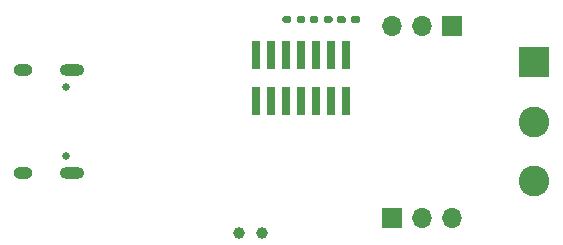
<source format=gbr>
%TF.GenerationSoftware,KiCad,Pcbnew,5.1.8*%
%TF.CreationDate,2020-12-05T00:24:13-05:00*%
%TF.ProjectId,cantankerous,63616e74-616e-46b6-9572-6f75732e6b69,rev?*%
%TF.SameCoordinates,Original*%
%TF.FileFunction,Soldermask,Bot*%
%TF.FilePolarity,Negative*%
%FSLAX46Y46*%
G04 Gerber Fmt 4.6, Leading zero omitted, Abs format (unit mm)*
G04 Created by KiCad (PCBNEW 5.1.8) date 2020-12-05 00:24:13*
%MOMM*%
%LPD*%
G01*
G04 APERTURE LIST*
%ADD10C,2.600000*%
%ADD11R,2.600000X2.600000*%
%ADD12C,1.000000*%
%ADD13R,0.740000X2.400000*%
%ADD14O,1.600000X1.000000*%
%ADD15C,0.650000*%
%ADD16O,2.100000X1.000000*%
%ADD17O,1.700000X1.700000*%
%ADD18R,1.700000X1.700000*%
G04 APERTURE END LIST*
D10*
%TO.C,J3*%
X165989000Y-110410000D03*
X165989000Y-105410000D03*
D11*
X165989000Y-100410000D03*
%TD*%
D12*
%TO.C,Y2*%
X141033500Y-114871500D03*
X142933500Y-114871500D03*
%TD*%
D13*
%TO.C,J1*%
X150050500Y-103695500D03*
X150050500Y-99795500D03*
X148780500Y-103695500D03*
X148780500Y-99795500D03*
X147510500Y-103695500D03*
X147510500Y-99795500D03*
X146240500Y-103695500D03*
X146240500Y-99795500D03*
X144970500Y-103695500D03*
X144970500Y-99795500D03*
X143700500Y-103695500D03*
X143700500Y-99795500D03*
X142430500Y-103695500D03*
X142430500Y-99795500D03*
%TD*%
D14*
%TO.C,J2*%
X122711500Y-109730000D03*
D15*
X126361500Y-108300000D03*
D14*
X122711500Y-101090000D03*
D15*
X126361500Y-102520000D03*
D16*
X126891500Y-101090000D03*
X126891500Y-109730000D03*
%TD*%
D17*
%TO.C,BOOT*%
X153924000Y-97282000D03*
X156464000Y-97282000D03*
D18*
X159004000Y-97282000D03*
%TD*%
%TO.C,TERM*%
X153924000Y-113601500D03*
D17*
X156464000Y-113601500D03*
X159004000Y-113601500D03*
%TD*%
%TO.C,R3*%
G36*
G01*
X147741000Y-96614000D02*
X147741000Y-96934000D01*
G75*
G02*
X147581000Y-97094000I-160000J0D01*
G01*
X147186000Y-97094000D01*
G75*
G02*
X147026000Y-96934000I0J160000D01*
G01*
X147026000Y-96614000D01*
G75*
G02*
X147186000Y-96454000I160000J0D01*
G01*
X147581000Y-96454000D01*
G75*
G02*
X147741000Y-96614000I0J-160000D01*
G01*
G37*
G36*
G01*
X148936000Y-96614000D02*
X148936000Y-96934000D01*
G75*
G02*
X148776000Y-97094000I-160000J0D01*
G01*
X148381000Y-97094000D01*
G75*
G02*
X148221000Y-96934000I0J160000D01*
G01*
X148221000Y-96614000D01*
G75*
G02*
X148381000Y-96454000I160000J0D01*
G01*
X148776000Y-96454000D01*
G75*
G02*
X148936000Y-96614000I0J-160000D01*
G01*
G37*
%TD*%
%TO.C,R4*%
G36*
G01*
X151233500Y-96614000D02*
X151233500Y-96934000D01*
G75*
G02*
X151073500Y-97094000I-160000J0D01*
G01*
X150678500Y-97094000D01*
G75*
G02*
X150518500Y-96934000I0J160000D01*
G01*
X150518500Y-96614000D01*
G75*
G02*
X150678500Y-96454000I160000J0D01*
G01*
X151073500Y-96454000D01*
G75*
G02*
X151233500Y-96614000I0J-160000D01*
G01*
G37*
G36*
G01*
X150038500Y-96614000D02*
X150038500Y-96934000D01*
G75*
G02*
X149878500Y-97094000I-160000J0D01*
G01*
X149483500Y-97094000D01*
G75*
G02*
X149323500Y-96934000I0J160000D01*
G01*
X149323500Y-96614000D01*
G75*
G02*
X149483500Y-96454000I160000J0D01*
G01*
X149878500Y-96454000D01*
G75*
G02*
X150038500Y-96614000I0J-160000D01*
G01*
G37*
%TD*%
%TO.C,R5*%
G36*
G01*
X145883000Y-96934000D02*
X145883000Y-96614000D01*
G75*
G02*
X146043000Y-96454000I160000J0D01*
G01*
X146438000Y-96454000D01*
G75*
G02*
X146598000Y-96614000I0J-160000D01*
G01*
X146598000Y-96934000D01*
G75*
G02*
X146438000Y-97094000I-160000J0D01*
G01*
X146043000Y-97094000D01*
G75*
G02*
X145883000Y-96934000I0J160000D01*
G01*
G37*
G36*
G01*
X144688000Y-96934000D02*
X144688000Y-96614000D01*
G75*
G02*
X144848000Y-96454000I160000J0D01*
G01*
X145243000Y-96454000D01*
G75*
G02*
X145403000Y-96614000I0J-160000D01*
G01*
X145403000Y-96934000D01*
G75*
G02*
X145243000Y-97094000I-160000J0D01*
G01*
X144848000Y-97094000D01*
G75*
G02*
X144688000Y-96934000I0J160000D01*
G01*
G37*
%TD*%
M02*

</source>
